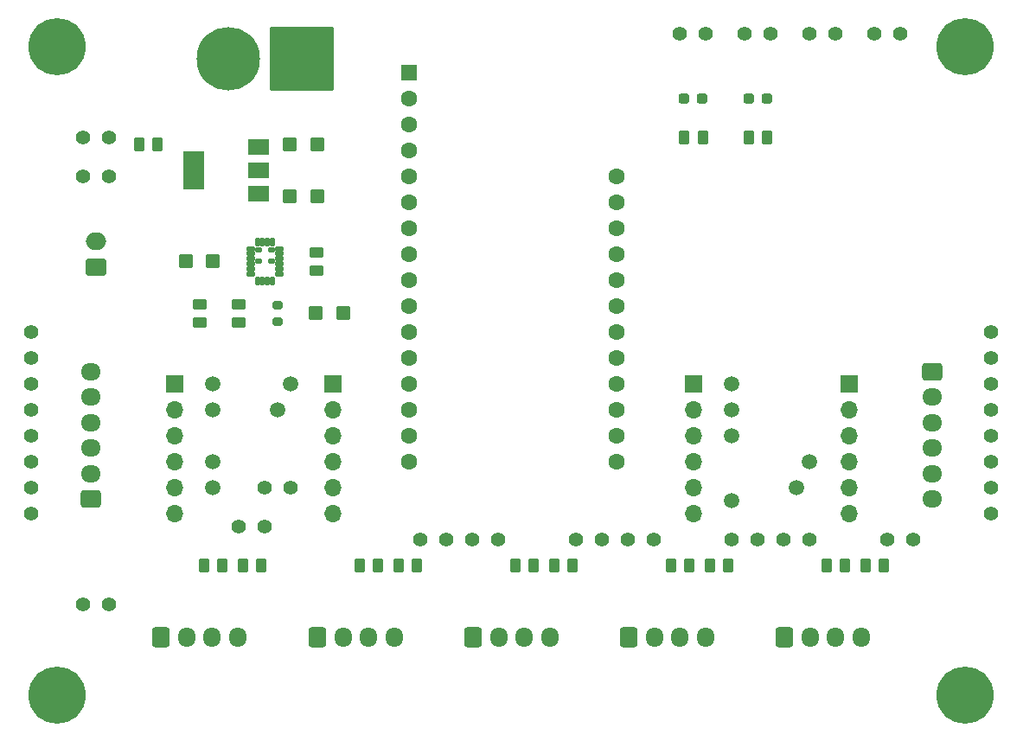
<source format=gbr>
%TF.GenerationSoftware,KiCad,Pcbnew,(6.0.6)*%
%TF.CreationDate,2024-02-28T23:36:51-08:00*%
%TF.ProjectId,Interface-PCBA,496e7465-7266-4616-9365-2d504342412e,rev?*%
%TF.SameCoordinates,PX43d3480PY49e1930*%
%TF.FileFunction,Soldermask,Top*%
%TF.FilePolarity,Negative*%
%FSLAX46Y46*%
G04 Gerber Fmt 4.6, Leading zero omitted, Abs format (unit mm)*
G04 Created by KiCad (PCBNEW (6.0.6)) date 2024-02-28 23:36:51*
%MOMM*%
%LPD*%
G01*
G04 APERTURE LIST*
G04 Aperture macros list*
%AMRoundRect*
0 Rectangle with rounded corners*
0 $1 Rounding radius*
0 $2 $3 $4 $5 $6 $7 $8 $9 X,Y pos of 4 corners*
0 Add a 4 corners polygon primitive as box body*
4,1,4,$2,$3,$4,$5,$6,$7,$8,$9,$2,$3,0*
0 Add four circle primitives for the rounded corners*
1,1,$1+$1,$2,$3*
1,1,$1+$1,$4,$5*
1,1,$1+$1,$6,$7*
1,1,$1+$1,$8,$9*
0 Add four rect primitives between the rounded corners*
20,1,$1+$1,$2,$3,$4,$5,0*
20,1,$1+$1,$4,$5,$6,$7,0*
20,1,$1+$1,$6,$7,$8,$9,0*
20,1,$1+$1,$8,$9,$2,$3,0*%
G04 Aperture macros list end*
%ADD10R,1.700000X1.700000*%
%ADD11O,1.700000X1.700000*%
%ADD12RoundRect,0.250000X-0.450000X0.262500X-0.450000X-0.262500X0.450000X-0.262500X0.450000X0.262500X0*%
%ADD13RoundRect,0.250000X-0.262500X-0.450000X0.262500X-0.450000X0.262500X0.450000X-0.262500X0.450000X0*%
%ADD14RoundRect,0.250000X-0.450000X-0.425000X0.450000X-0.425000X0.450000X0.425000X-0.450000X0.425000X0*%
%ADD15C,1.500000*%
%ADD16C,1.400000*%
%ADD17RoundRect,0.250000X-0.600000X-0.725000X0.600000X-0.725000X0.600000X0.725000X-0.600000X0.725000X0*%
%ADD18O,1.700000X1.950000*%
%ADD19C,5.600000*%
%ADD20RoundRect,0.237500X-0.287500X-0.237500X0.287500X-0.237500X0.287500X0.237500X-0.287500X0.237500X0*%
%ADD21RoundRect,0.250000X0.262500X0.450000X-0.262500X0.450000X-0.262500X-0.450000X0.262500X-0.450000X0*%
%ADD22RoundRect,0.200000X-0.275000X0.200000X-0.275000X-0.200000X0.275000X-0.200000X0.275000X0.200000X0*%
%ADD23RoundRect,0.250000X0.450000X0.425000X-0.450000X0.425000X-0.450000X-0.425000X0.450000X-0.425000X0*%
%ADD24C,6.204000*%
%ADD25RoundRect,0.102000X3.000000X3.000000X-3.000000X3.000000X-3.000000X-3.000000X3.000000X-3.000000X0*%
%ADD26R,1.600000X1.600000*%
%ADD27C,1.600000*%
%ADD28RoundRect,0.102000X-0.350000X-0.125000X0.350000X-0.125000X0.350000X0.125000X-0.350000X0.125000X0*%
%ADD29RoundRect,0.102000X-0.125000X-0.350000X0.125000X-0.350000X0.125000X0.350000X-0.125000X0.350000X0*%
%ADD30RoundRect,0.102000X-0.205000X-0.125000X0.205000X-0.125000X0.205000X0.125000X-0.205000X0.125000X0*%
%ADD31R,2.000000X1.500000*%
%ADD32R,2.000000X3.800000*%
%ADD33RoundRect,0.250000X0.750000X-0.600000X0.750000X0.600000X-0.750000X0.600000X-0.750000X-0.600000X0*%
%ADD34O,2.000000X1.700000*%
%ADD35RoundRect,0.250000X-0.725000X0.600000X-0.725000X-0.600000X0.725000X-0.600000X0.725000X0.600000X0*%
%ADD36O,1.950000X1.700000*%
%ADD37RoundRect,0.250000X0.725000X-0.600000X0.725000X0.600000X-0.725000X0.600000X-0.725000X-0.600000X0*%
G04 APERTURE END LIST*
D10*
%TO.C,J12*%
X77495000Y-33045000D03*
D11*
X77495000Y-35585000D03*
X77495000Y-38125000D03*
X77495000Y-40665000D03*
X77495000Y-43205000D03*
X77495000Y-45745000D03*
%TD*%
D12*
%TO.C,R1*%
X25400000Y-20152500D03*
X25400000Y-21977500D03*
%TD*%
D13*
%TO.C,JP1*%
X7977500Y-9635000D03*
X9802500Y-9635000D03*
%TD*%
D10*
%TO.C,J9*%
X11455000Y-33045000D03*
D11*
X11455000Y-35585000D03*
X11455000Y-38125000D03*
X11455000Y-40665000D03*
X11455000Y-43205000D03*
X11455000Y-45745000D03*
%TD*%
D14*
%TO.C,C5*%
X25320000Y-26145000D03*
X28020000Y-26145000D03*
%TD*%
D15*
%TO.C,TP1*%
X66040000Y-33020000D03*
%TD*%
D13*
%TO.C,R14*%
X61347500Y-8890000D03*
X63172500Y-8890000D03*
%TD*%
D16*
%TO.C,TP14*%
X17780000Y-46990000D03*
X20320000Y-46990000D03*
%TD*%
%TO.C,TP24*%
X67310000Y1270000D03*
X69850000Y1270000D03*
%TD*%
D10*
%TO.C,J8*%
X62255000Y-33020000D03*
D11*
X62255000Y-35560000D03*
X62255000Y-38100000D03*
X62255000Y-40640000D03*
X62255000Y-43180000D03*
X62255000Y-45720000D03*
%TD*%
D17*
%TO.C,J4*%
X25460000Y-57840000D03*
D18*
X27960000Y-57840000D03*
X30460000Y-57840000D03*
X32960000Y-57840000D03*
%TD*%
D15*
%TO.C,TP3*%
X66040000Y-38100000D03*
%TD*%
%TO.C,TP6*%
X15240000Y-35560000D03*
%TD*%
D19*
%TO.C,H4*%
X0Y-63500000D03*
%TD*%
D13*
%TO.C,R8*%
X44807500Y-50800000D03*
X46632500Y-50800000D03*
%TD*%
D16*
%TO.C,TP26*%
X66040000Y-48260000D03*
X68580000Y-48260000D03*
%TD*%
D20*
%TO.C,D1*%
X61385000Y-5080000D03*
X63135000Y-5080000D03*
%TD*%
D21*
%TO.C,R3*%
X19962500Y-50800000D03*
X18137500Y-50800000D03*
%TD*%
D13*
%TO.C,R15*%
X67667500Y-8890000D03*
X69492500Y-8890000D03*
%TD*%
D16*
%TO.C,TP13*%
X2540000Y-54610000D03*
X5080000Y-54610000D03*
%TD*%
%TO.C,TP25*%
X60960000Y1270000D03*
X63500000Y1270000D03*
%TD*%
D14*
%TO.C,C4*%
X22780000Y-14715000D03*
X25480000Y-14715000D03*
%TD*%
D10*
%TO.C,J13*%
X26980000Y-33045000D03*
D11*
X26980000Y-35585000D03*
X26980000Y-38125000D03*
X26980000Y-40665000D03*
X26980000Y-43205000D03*
X26980000Y-45745000D03*
%TD*%
D16*
%TO.C,TP27*%
X71120000Y-48260000D03*
X73660000Y-48260000D03*
%TD*%
D14*
%TO.C,C3*%
X22780000Y-9635000D03*
X25480000Y-9635000D03*
%TD*%
D12*
%TO.C,R4*%
X13970000Y-25232500D03*
X13970000Y-27057500D03*
%TD*%
D16*
%TO.C,TP16*%
X80010000Y1270000D03*
X82550000Y1270000D03*
%TD*%
D17*
%TO.C,J1*%
X10160000Y-57840000D03*
D18*
X12660000Y-57840000D03*
X15160000Y-57840000D03*
X17660000Y-57840000D03*
%TD*%
D15*
%TO.C,TP2*%
X66040000Y-35560000D03*
%TD*%
D17*
%TO.C,J5*%
X40700000Y-57840000D03*
D18*
X43200000Y-57840000D03*
X45700000Y-57840000D03*
X48200000Y-57840000D03*
%TD*%
D16*
%TO.C,TP19*%
X40640000Y-48260000D03*
X43180000Y-48260000D03*
%TD*%
%TO.C,TP29*%
X91440000Y-33020000D03*
X91440000Y-35560000D03*
%TD*%
D21*
%TO.C,R13*%
X80922500Y-50800000D03*
X79097500Y-50800000D03*
%TD*%
D16*
%TO.C,TP23*%
X5080000Y-12700000D03*
X2540000Y-12700000D03*
%TD*%
D15*
%TO.C,TP9*%
X73660000Y-40640000D03*
%TD*%
D16*
%TO.C,TP15*%
X73660000Y1270000D03*
X76200000Y1270000D03*
%TD*%
D13*
%TO.C,R6*%
X29567500Y-50800000D03*
X31392500Y-50800000D03*
%TD*%
D15*
%TO.C,TP8*%
X15240000Y-43180000D03*
%TD*%
%TO.C,TP10*%
X72390000Y-43180000D03*
%TD*%
D16*
%TO.C,TP17*%
X20320000Y-43180000D03*
X22860000Y-43180000D03*
%TD*%
%TO.C,TP32*%
X81280000Y-48260000D03*
X83820000Y-48260000D03*
%TD*%
%TO.C,TP20*%
X50800000Y-48260000D03*
X53340000Y-48260000D03*
%TD*%
%TO.C,TP36*%
X-2540000Y-27940000D03*
X-2540000Y-30480000D03*
%TD*%
D15*
%TO.C,TP5*%
X15240000Y-33020000D03*
%TD*%
D13*
%TO.C,R12*%
X75287500Y-50800000D03*
X77112500Y-50800000D03*
%TD*%
D16*
%TO.C,TP30*%
X91440000Y-38100000D03*
X91440000Y-40640000D03*
%TD*%
%TO.C,TP31*%
X91440000Y-43180000D03*
X91440000Y-45720000D03*
%TD*%
D22*
%TO.C,C2*%
X21590000Y-25320000D03*
X21590000Y-26970000D03*
%TD*%
D15*
%TO.C,TP4*%
X66040000Y-44450000D03*
%TD*%
D23*
%TO.C,C1*%
X15240000Y-21065000D03*
X12540000Y-21065000D03*
%TD*%
D21*
%TO.C,R11*%
X65682500Y-50800000D03*
X63857500Y-50800000D03*
%TD*%
D17*
%TO.C,J6*%
X55940000Y-57840000D03*
D18*
X58440000Y-57840000D03*
X60940000Y-57840000D03*
X63440000Y-57840000D03*
%TD*%
D15*
%TO.C,TP11*%
X22860000Y-33020000D03*
%TD*%
D16*
%TO.C,TP18*%
X35560000Y-48260000D03*
X38100000Y-48260000D03*
%TD*%
D20*
%TO.C,D2*%
X67705000Y-5080000D03*
X69455000Y-5080000D03*
%TD*%
D15*
%TO.C,TP7*%
X15240000Y-40640000D03*
%TD*%
%TO.C,TP12*%
X21590000Y-35560000D03*
%TD*%
D19*
%TO.C,H1*%
X0Y0D03*
%TD*%
D24*
%TO.C,J2*%
X16720000Y-1196000D03*
D25*
X23920000Y-1196000D03*
%TD*%
D26*
%TO.C,A1*%
X34397500Y-2540000D03*
D27*
X34397500Y-5080000D03*
X34397500Y-7620000D03*
X34397500Y-10160000D03*
X34397500Y-12700000D03*
X34397500Y-15240000D03*
X34397500Y-17780000D03*
X34397500Y-20320000D03*
X34397500Y-22860000D03*
X34397500Y-25400000D03*
X34397500Y-27940000D03*
X34397500Y-30480000D03*
X34397500Y-33020000D03*
X34397500Y-35560000D03*
X34397500Y-38100000D03*
X34397500Y-40640000D03*
X54717500Y-40640000D03*
X54717500Y-38100000D03*
X54717500Y-35560000D03*
X54717500Y-33020000D03*
X54717500Y-30480000D03*
X54717500Y-27940000D03*
X54717500Y-25400000D03*
X54717500Y-22860000D03*
X54717500Y-20320000D03*
X54717500Y-17780000D03*
X54717500Y-15240000D03*
X54717500Y-12700000D03*
%TD*%
D16*
%TO.C,TP34*%
X-2540000Y-38100000D03*
X-2540000Y-40640000D03*
%TD*%
%TO.C,TP22*%
X5080000Y-8890000D03*
X2540000Y-8890000D03*
%TD*%
D21*
%TO.C,R7*%
X35202500Y-50800000D03*
X33377500Y-50800000D03*
%TD*%
D28*
%TO.C,VR1*%
X18920000Y-19815000D03*
X18920000Y-20315000D03*
X18920000Y-20815000D03*
X18920000Y-21315000D03*
X18920000Y-21815000D03*
X18920000Y-22315000D03*
D29*
X19570000Y-22965000D03*
X20070000Y-22965000D03*
X20570000Y-22965000D03*
X21070000Y-22965000D03*
D28*
X21720000Y-22315000D03*
X21720000Y-21815000D03*
X21720000Y-21315000D03*
X21720000Y-20815000D03*
X21720000Y-20315000D03*
X21720000Y-19815000D03*
D29*
X21070000Y-19165000D03*
X20570000Y-19165000D03*
X20070000Y-19165000D03*
X19570000Y-19165000D03*
D30*
X19710000Y-19965000D03*
X20930000Y-19965000D03*
X19710000Y-21046000D03*
X20930000Y-21046000D03*
%TD*%
D21*
%TO.C,R9*%
X50442500Y-50800000D03*
X48617500Y-50800000D03*
%TD*%
D17*
%TO.C,J10*%
X71180000Y-57840000D03*
D18*
X73680000Y-57840000D03*
X76180000Y-57840000D03*
X78680000Y-57840000D03*
%TD*%
D13*
%TO.C,R10*%
X60047500Y-50800000D03*
X61872500Y-50800000D03*
%TD*%
D16*
%TO.C,TP33*%
X-2540000Y-43180000D03*
X-2540000Y-45720000D03*
%TD*%
D13*
%TO.C,R2*%
X14327500Y-50800000D03*
X16152500Y-50800000D03*
%TD*%
D12*
%TO.C,R5*%
X17780000Y-25232500D03*
X17780000Y-27057500D03*
%TD*%
D19*
%TO.C,H3*%
X88900000Y-63500000D03*
%TD*%
D31*
%TO.C,U1*%
X19660000Y-14475000D03*
X19660000Y-12175000D03*
X19660000Y-9875000D03*
D32*
X13360000Y-12175000D03*
%TD*%
D16*
%TO.C,TP21*%
X55880000Y-48260000D03*
X58420000Y-48260000D03*
%TD*%
%TO.C,TP28*%
X91440000Y-27940000D03*
X91440000Y-30480000D03*
%TD*%
%TO.C,TP35*%
X-2540000Y-33020000D03*
X-2540000Y-35560000D03*
%TD*%
D33*
%TO.C,J3*%
X3810000Y-21590000D03*
D34*
X3810000Y-19090000D03*
%TD*%
D19*
%TO.C,H2*%
X88900000Y0D03*
%TD*%
D35*
%TO.C,J7*%
X85615000Y-31850000D03*
D36*
X85615000Y-34350000D03*
X85615000Y-36850000D03*
X85615000Y-39350000D03*
X85615000Y-41850000D03*
X85615000Y-44350000D03*
%TD*%
D37*
%TO.C,J11*%
X3285000Y-44350000D03*
D36*
X3285000Y-41850000D03*
X3285000Y-39350000D03*
X3285000Y-36850000D03*
X3285000Y-34350000D03*
X3285000Y-31850000D03*
%TD*%
M02*

</source>
